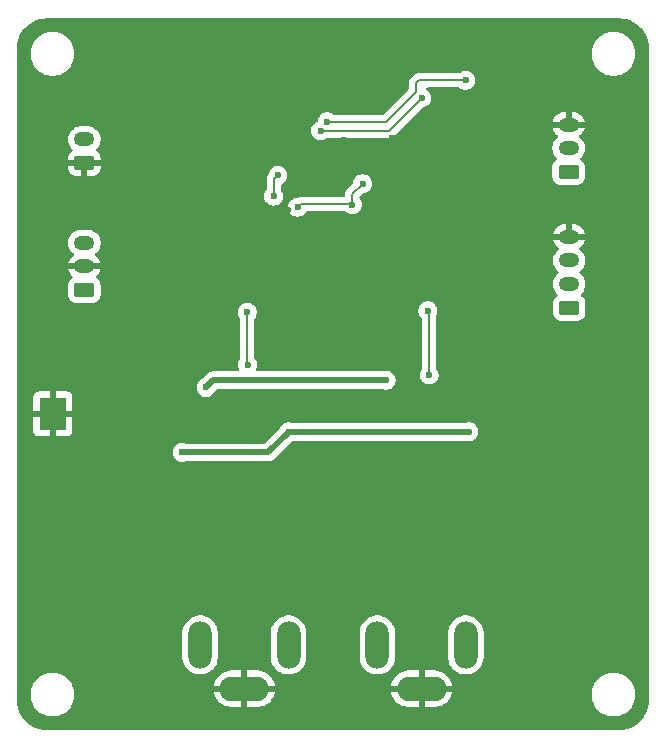
<source format=gbr>
%TF.GenerationSoftware,KiCad,Pcbnew,9.0.7*%
%TF.CreationDate,2026-01-19T21:17:24-05:00*%
%TF.ProjectId,dac,6461632e-6b69-4636-9164-5f7063625858,rev?*%
%TF.SameCoordinates,Original*%
%TF.FileFunction,Copper,L4,Bot*%
%TF.FilePolarity,Positive*%
%FSLAX46Y46*%
G04 Gerber Fmt 4.6, Leading zero omitted, Abs format (unit mm)*
G04 Created by KiCad (PCBNEW 9.0.7) date 2026-01-19 21:17:24*
%MOMM*%
%LPD*%
G01*
G04 APERTURE LIST*
G04 Aperture macros list*
%AMRoundRect*
0 Rectangle with rounded corners*
0 $1 Rounding radius*
0 $2 $3 $4 $5 $6 $7 $8 $9 X,Y pos of 4 corners*
0 Add a 4 corners polygon primitive as box body*
4,1,4,$2,$3,$4,$5,$6,$7,$8,$9,$2,$3,0*
0 Add four circle primitives for the rounded corners*
1,1,$1+$1,$2,$3*
1,1,$1+$1,$4,$5*
1,1,$1+$1,$6,$7*
1,1,$1+$1,$8,$9*
0 Add four rect primitives between the rounded corners*
20,1,$1+$1,$2,$3,$4,$5,0*
20,1,$1+$1,$4,$5,$6,$7,0*
20,1,$1+$1,$6,$7,$8,$9,0*
20,1,$1+$1,$8,$9,$2,$3,0*%
G04 Aperture macros list end*
%TA.AperFunction,ComponentPad*%
%ADD10RoundRect,0.250000X0.625000X-0.350000X0.625000X0.350000X-0.625000X0.350000X-0.625000X-0.350000X0*%
%TD*%
%TA.AperFunction,ComponentPad*%
%ADD11O,1.750000X1.200000*%
%TD*%
%TA.AperFunction,ComponentPad*%
%ADD12C,0.600000*%
%TD*%
%TA.AperFunction,SMDPad,CuDef*%
%ADD13R,2.300000X2.800000*%
%TD*%
%TA.AperFunction,ComponentPad*%
%ADD14O,4.200000X2.100000*%
%TD*%
%TA.AperFunction,ComponentPad*%
%ADD15O,2.000000X4.000000*%
%TD*%
%TA.AperFunction,ViaPad*%
%ADD16C,0.600000*%
%TD*%
%TA.AperFunction,Conductor*%
%ADD17C,0.200000*%
%TD*%
%TA.AperFunction,Conductor*%
%ADD18C,0.500000*%
%TD*%
G04 APERTURE END LIST*
D10*
%TO.P,J4,1,Pin_1*%
%TO.N,GND*%
X108700000Y-87500000D03*
D11*
%TO.P,J4,2,Pin_2*%
%TO.N,+5V*%
X108700000Y-85500000D03*
%TD*%
D10*
%TO.P,J2,1,Pin_1*%
%TO.N,/BCLK*%
X149750000Y-99750000D03*
D11*
%TO.P,J2,2,Pin_2*%
%TO.N,/WCLK*%
X149750000Y-97750000D03*
%TO.P,J2,3,Pin_3*%
%TO.N,/DATA*%
X149750000Y-95750000D03*
%TO.P,J2,4,Pin_4*%
%TO.N,GND*%
X149750000Y-93750000D03*
%TD*%
D10*
%TO.P,J1,1,Pin_1*%
%TO.N,/SCL*%
X149700000Y-88250000D03*
D11*
%TO.P,J1,2,Pin_2*%
%TO.N,/SCA*%
X149700000Y-86250000D03*
%TO.P,J1,3,Pin_3*%
%TO.N,GND*%
X149700000Y-84250000D03*
%TD*%
D12*
%TO.P,U5,11,GND*%
%TO.N,GND*%
X105525000Y-107990000D03*
X105525000Y-109490000D03*
X106025000Y-108740000D03*
D13*
X106025000Y-108740000D03*
D12*
X106525000Y-107990000D03*
X106525000Y-109490000D03*
%TD*%
D10*
%TO.P,J3,1,Pin_1*%
%TO.N,/+15V*%
X108700000Y-98250000D03*
D11*
%TO.P,J3,2,Pin_2*%
%TO.N,GND*%
X108700000Y-96250000D03*
%TO.P,J3,3,Pin_3*%
%TO.N,/-15V*%
X108700000Y-94250000D03*
%TD*%
D14*
%TO.P,J5,1_A*%
%TO.N,GND*%
X122250000Y-132000000D03*
%TO.P,J5,1_B*%
X137250000Y-132000000D03*
D15*
%TO.P,J5,2_A*%
%TO.N,Net-(C15-Pad2)*%
X118500000Y-128300000D03*
%TO.P,J5,2_B*%
%TO.N,Net-(C21-Pad2)*%
X133500000Y-128300000D03*
%TO.P,J5,3_A*%
%TO.N,Net-(C15-Pad2)*%
X126000000Y-128300000D03*
%TO.P,J5,3_B*%
%TO.N,Net-(C21-Pad2)*%
X141000000Y-128300000D03*
%TD*%
D16*
%TO.N,GND*%
X131250000Y-127750000D03*
X126750000Y-101500000D03*
X110250000Y-80250000D03*
X113000000Y-88750000D03*
X144000000Y-82000000D03*
X111250000Y-127595455D03*
X104750000Y-86409091D03*
X150250000Y-118840910D03*
X150250000Y-133331818D03*
X136750000Y-95250000D03*
X153500000Y-86409091D03*
X126700000Y-113152273D03*
X123750000Y-97000000D03*
X108000000Y-118840910D03*
X131250000Y-116090910D03*
X120250000Y-91500000D03*
X131250000Y-121927273D03*
X147000000Y-89327273D03*
X147000000Y-118840910D03*
X126700000Y-116070455D03*
X120250000Y-85250000D03*
X141250000Y-91250000D03*
X111250000Y-130500000D03*
X153500000Y-104250000D03*
X133750000Y-101500000D03*
X143750000Y-113004546D03*
X104750000Y-92245455D03*
X117000000Y-94500000D03*
X104750000Y-98081819D03*
X122250000Y-83750000D03*
X110250000Y-78000000D03*
X143750000Y-107168182D03*
X106500000Y-112500000D03*
X143750000Y-95163637D03*
X131250000Y-113172728D03*
X114500000Y-118840910D03*
X131250000Y-133500000D03*
X104750000Y-121759091D03*
X112857143Y-78000000D03*
X123500000Y-80000000D03*
X153500000Y-89327273D03*
X147000000Y-130500000D03*
X129589285Y-78000000D03*
X134250000Y-95250000D03*
X120749998Y-90625000D03*
X133750000Y-104418182D03*
X143750000Y-130500000D03*
X115500000Y-87250000D03*
X131250000Y-119009091D03*
X153500000Y-83490909D03*
X108000000Y-115922728D03*
X118750000Y-80000000D03*
X141250000Y-89250000D03*
X148750000Y-78000000D03*
X153500000Y-107168182D03*
X147000000Y-98081819D03*
X131250000Y-98250000D03*
X104750000Y-124677273D03*
X143750000Y-115922728D03*
X104750000Y-101000000D03*
X143750000Y-101000000D03*
X146589285Y-78000000D03*
X153500000Y-124677273D03*
X112250000Y-98081818D03*
X131250000Y-101500000D03*
X127250000Y-87000000D03*
X108000000Y-127595455D03*
X147000000Y-113004546D03*
X108000000Y-121759091D03*
X141250000Y-95250000D03*
X150250000Y-127595455D03*
X133750000Y-90250000D03*
X133750000Y-118988636D03*
X153500000Y-118840910D03*
X106750000Y-106000000D03*
X150250000Y-107168182D03*
X143750000Y-124677273D03*
X153500000Y-101000000D03*
X115500000Y-101000000D03*
X134704605Y-85376156D03*
X120250000Y-83750000D03*
X126700000Y-124825000D03*
X150250000Y-115922728D03*
X111250000Y-118840910D03*
X143750000Y-127595455D03*
X104750000Y-112500000D03*
X129000000Y-124845455D03*
X147000000Y-101000000D03*
X147000000Y-133331818D03*
X129000000Y-113172728D03*
X129000000Y-98250000D03*
X143750000Y-133331818D03*
X153500000Y-115922728D03*
X104750000Y-105250000D03*
X134785714Y-78000000D03*
X114500000Y-121759091D03*
X117750000Y-124750000D03*
X153500000Y-113004546D03*
X114500000Y-115922728D03*
X115000000Y-78000000D03*
X129000000Y-107336364D03*
X129000000Y-130581818D03*
X129750000Y-87000000D03*
X115500000Y-85750000D03*
X143750000Y-110086364D03*
X121250000Y-89750000D03*
X117785714Y-78000000D03*
X129000000Y-133500000D03*
X120232143Y-78000000D03*
X115500000Y-88750000D03*
X122375000Y-78000000D03*
X143750000Y-104250000D03*
X121250000Y-87000000D03*
X129000000Y-121927273D03*
X108000000Y-124677273D03*
X150250000Y-113004546D03*
X126700000Y-118988636D03*
X153500000Y-98081819D03*
X104750000Y-127595455D03*
X104750000Y-118840910D03*
X153500000Y-121759091D03*
X153500000Y-95163637D03*
X129000000Y-119009091D03*
X121250000Y-97000000D03*
X147000000Y-107168182D03*
X114500000Y-130500000D03*
X117750000Y-121831818D03*
X147000000Y-110086364D03*
X111250000Y-124677273D03*
X134785714Y-80000000D03*
X122750000Y-109500000D03*
X147000000Y-124677273D03*
X112750000Y-80250000D03*
X120250000Y-89750000D03*
X127250000Y-84000000D03*
X147000000Y-121759091D03*
X133750000Y-113152273D03*
X113000000Y-85750000D03*
X129000000Y-116090910D03*
X122250000Y-85250000D03*
X143750000Y-98081819D03*
X121250000Y-80000000D03*
X111250000Y-133331818D03*
X111250000Y-121759091D03*
X104750000Y-89327273D03*
X138000000Y-109000000D03*
X112250000Y-101000000D03*
X115500000Y-98081818D03*
X143750000Y-121759091D03*
X131250000Y-124845455D03*
X104750000Y-83490909D03*
X141250000Y-98081819D03*
X114500000Y-127595455D03*
X125900000Y-91500000D03*
X114500000Y-124677273D03*
X153500000Y-92245455D03*
X143750000Y-118840910D03*
X130723990Y-85575000D03*
X143000000Y-85500000D03*
X146589285Y-80000000D03*
X150250000Y-104250000D03*
X150250000Y-124677273D03*
X117750000Y-118913637D03*
X147000000Y-127595455D03*
X114500000Y-133331818D03*
X130250000Y-93500000D03*
X129000000Y-127750000D03*
X153500000Y-110086364D03*
X153500000Y-127595455D03*
X126700000Y-121906818D03*
X133750000Y-121906818D03*
X131250000Y-107336364D03*
X147000000Y-115922728D03*
X131250000Y-104418182D03*
X133750000Y-116070455D03*
X139000000Y-95250000D03*
X150250000Y-130500000D03*
X127250000Y-89250000D03*
X131250000Y-130581818D03*
X124839285Y-78000000D03*
X126750000Y-104418182D03*
X113000000Y-87250000D03*
X110000000Y-106500000D03*
X129000000Y-104418182D03*
X129000000Y-101500000D03*
X147000000Y-104250000D03*
X150250000Y-110086364D03*
X148750000Y-80000000D03*
X129000000Y-95331818D03*
X111250000Y-115922728D03*
X133750000Y-124825000D03*
X134785714Y-82000000D03*
X104750000Y-115922728D03*
X126750000Y-98250000D03*
X112000000Y-92500000D03*
X123250000Y-89250000D03*
X150250000Y-121759091D03*
X121250000Y-91500000D03*
X146500000Y-82000000D03*
X129750000Y-89250000D03*
X127000000Y-78000000D03*
%TO.N,DAC2B*%
X137890000Y-105444283D03*
X137783862Y-100007997D03*
%TO.N,+3.3V*%
X132250000Y-89250000D03*
X125091263Y-88545895D03*
X126750000Y-91250000D03*
X124717491Y-90302438D03*
X131392322Y-91023694D03*
%TO.N,DAC1B*%
X122499999Y-100134651D03*
X122515288Y-104565472D03*
%TO.N,+12V*%
X134250000Y-105887502D03*
X119000000Y-106500000D03*
%TO.N,-12V*%
X141250000Y-110250000D03*
X126000000Y-110250000D03*
X117000000Y-112000000D03*
%TO.N,Net-(U1-ADDR0)*%
X128699000Y-84756223D03*
X137250000Y-82000000D03*
%TO.N,Net-(U1-ADDR1)*%
X141000000Y-80500000D03*
X129250000Y-84000000D03*
%TD*%
D17*
%TO.N,GND*%
X130723990Y-85698990D02*
X130723990Y-85575000D01*
X130775000Y-85750000D02*
X130723990Y-85698990D01*
%TO.N,DAC2B*%
X137890000Y-100035398D02*
X137862599Y-100007997D01*
X137890000Y-105444283D02*
X137890000Y-100035398D01*
X137862599Y-100007997D02*
X137783862Y-100007997D01*
%TO.N,+3.3V*%
X132250000Y-89250000D02*
X131392322Y-90107678D01*
X126750000Y-91250000D02*
X127000000Y-91000000D01*
X124717491Y-90302438D02*
X124750002Y-90269927D01*
X124750002Y-88887156D02*
X125091263Y-88545895D01*
X124750002Y-90269927D02*
X124750002Y-88887156D01*
X131368628Y-91000000D02*
X131392322Y-91023694D01*
X131392322Y-90107678D02*
X131392322Y-91023694D01*
X127000000Y-91000000D02*
X131368628Y-91000000D01*
%TO.N,DAC1B*%
X122499999Y-100134651D02*
X122499999Y-104550183D01*
X122499999Y-104550183D02*
X122515288Y-104565472D01*
D18*
%TO.N,+12V*%
X119612498Y-105887502D02*
X134250000Y-105887502D01*
X119000000Y-106500000D02*
X119612498Y-105887502D01*
%TO.N,-12V*%
X126000000Y-110250000D02*
X141250000Y-110250000D01*
X117000000Y-112000000D02*
X124250000Y-112000000D01*
X126000000Y-110250000D02*
X124250000Y-112000000D01*
D17*
%TO.N,Net-(U1-ADDR0)*%
X137250000Y-82000000D02*
X134500000Y-84750000D01*
X134500000Y-84750000D02*
X128705223Y-84750000D01*
X128705223Y-84750000D02*
X128699000Y-84756223D01*
%TO.N,Net-(U1-ADDR1)*%
X136750000Y-80750000D02*
X137000000Y-80500000D01*
X136750000Y-81500000D02*
X136750000Y-80750000D01*
X129250000Y-84000000D02*
X134250000Y-84000000D01*
X134250000Y-84000000D02*
X136750000Y-81500000D01*
X137000000Y-80500000D02*
X141000000Y-80500000D01*
%TD*%
%TA.AperFunction,Conductor*%
%TO.N,GND*%
G36*
X154003736Y-75250726D02*
G01*
X154293796Y-75268271D01*
X154308659Y-75270076D01*
X154590798Y-75321780D01*
X154605335Y-75325363D01*
X154879172Y-75410695D01*
X154893163Y-75416000D01*
X155154743Y-75533727D01*
X155167989Y-75540680D01*
X155413465Y-75689075D01*
X155425776Y-75697573D01*
X155651573Y-75874473D01*
X155662781Y-75884403D01*
X155865596Y-76087218D01*
X155875526Y-76098426D01*
X155995481Y-76251538D01*
X156052422Y-76324217D01*
X156060926Y-76336537D01*
X156118128Y-76431161D01*
X156209316Y-76582004D01*
X156216275Y-76595263D01*
X156333997Y-76856831D01*
X156339306Y-76870832D01*
X156424635Y-77144663D01*
X156428219Y-77159201D01*
X156479923Y-77441340D01*
X156481728Y-77456205D01*
X156499274Y-77746263D01*
X156499500Y-77753750D01*
X156499500Y-132996249D01*
X156499274Y-133003736D01*
X156481728Y-133293794D01*
X156479923Y-133308659D01*
X156428219Y-133590798D01*
X156424635Y-133605336D01*
X156339306Y-133879167D01*
X156333997Y-133893168D01*
X156216275Y-134154736D01*
X156209316Y-134167995D01*
X156060928Y-134413459D01*
X156052422Y-134425782D01*
X155875526Y-134651573D01*
X155865596Y-134662781D01*
X155662781Y-134865596D01*
X155651573Y-134875526D01*
X155425782Y-135052422D01*
X155413459Y-135060928D01*
X155167995Y-135209316D01*
X155154736Y-135216275D01*
X154893168Y-135333997D01*
X154879167Y-135339306D01*
X154605336Y-135424635D01*
X154590798Y-135428219D01*
X154308659Y-135479923D01*
X154293794Y-135481728D01*
X154003736Y-135499274D01*
X153996249Y-135499500D01*
X105503751Y-135499500D01*
X105496264Y-135499274D01*
X105206205Y-135481728D01*
X105191340Y-135479923D01*
X104909201Y-135428219D01*
X104894663Y-135424635D01*
X104620832Y-135339306D01*
X104606831Y-135333997D01*
X104345263Y-135216275D01*
X104332004Y-135209316D01*
X104086540Y-135060928D01*
X104074217Y-135052422D01*
X103848426Y-134875526D01*
X103837218Y-134865596D01*
X103634403Y-134662781D01*
X103624473Y-134651573D01*
X103447573Y-134425776D01*
X103439075Y-134413465D01*
X103290680Y-134167989D01*
X103283727Y-134154743D01*
X103166000Y-133893163D01*
X103160693Y-133879167D01*
X103111949Y-133722743D01*
X103075363Y-133605335D01*
X103071780Y-133590798D01*
X103020075Y-133308657D01*
X103018271Y-133293794D01*
X103000726Y-133003736D01*
X103000500Y-132996249D01*
X103000500Y-132378711D01*
X104149500Y-132378711D01*
X104149500Y-132621288D01*
X104181161Y-132861785D01*
X104243947Y-133096104D01*
X104336773Y-133320205D01*
X104336776Y-133320212D01*
X104458064Y-133530289D01*
X104458066Y-133530292D01*
X104458067Y-133530293D01*
X104605733Y-133722736D01*
X104605739Y-133722743D01*
X104777256Y-133894260D01*
X104777262Y-133894265D01*
X104969711Y-134041936D01*
X105179788Y-134163224D01*
X105403900Y-134256054D01*
X105638211Y-134318838D01*
X105818586Y-134342584D01*
X105878711Y-134350500D01*
X105878712Y-134350500D01*
X106121289Y-134350500D01*
X106169388Y-134344167D01*
X106361789Y-134318838D01*
X106596100Y-134256054D01*
X106820212Y-134163224D01*
X107030289Y-134041936D01*
X107222738Y-133894265D01*
X107394265Y-133722738D01*
X107541936Y-133530289D01*
X107663224Y-133320212D01*
X107756054Y-133096100D01*
X107818838Y-132861789D01*
X107850500Y-132621288D01*
X107850500Y-132378712D01*
X107818838Y-132138211D01*
X107756054Y-131903900D01*
X107756051Y-131903892D01*
X107727315Y-131834515D01*
X107692307Y-131750000D01*
X119670275Y-131750000D01*
X121049999Y-131750000D01*
X121024979Y-131810402D01*
X121000000Y-131935981D01*
X121000000Y-132064019D01*
X121024979Y-132189598D01*
X121049999Y-132250000D01*
X119670275Y-132250000D01*
X119688165Y-132362959D01*
X119763560Y-132594998D01*
X119874321Y-132812377D01*
X120017728Y-133009759D01*
X120190240Y-133182271D01*
X120387622Y-133325678D01*
X120605001Y-133436439D01*
X120837040Y-133511834D01*
X121078007Y-133550000D01*
X122000000Y-133550000D01*
X122000000Y-132650000D01*
X122500000Y-132650000D01*
X122500000Y-133550000D01*
X123421993Y-133550000D01*
X123662959Y-133511834D01*
X123894998Y-133436439D01*
X124112377Y-133325678D01*
X124309759Y-133182271D01*
X124482271Y-133009759D01*
X124625678Y-132812377D01*
X124736439Y-132594998D01*
X124811834Y-132362959D01*
X124829725Y-132250000D01*
X123450001Y-132250000D01*
X123475021Y-132189598D01*
X123500000Y-132064019D01*
X123500000Y-131935981D01*
X123475021Y-131810402D01*
X123450001Y-131750000D01*
X124829725Y-131750000D01*
X134670275Y-131750000D01*
X136049999Y-131750000D01*
X136024979Y-131810402D01*
X136000000Y-131935981D01*
X136000000Y-132064019D01*
X136024979Y-132189598D01*
X136049999Y-132250000D01*
X134670275Y-132250000D01*
X134688165Y-132362959D01*
X134763560Y-132594998D01*
X134874321Y-132812377D01*
X135017728Y-133009759D01*
X135190240Y-133182271D01*
X135387622Y-133325678D01*
X135605001Y-133436439D01*
X135837040Y-133511834D01*
X136078007Y-133550000D01*
X137000000Y-133550000D01*
X137000000Y-132650000D01*
X137500000Y-132650000D01*
X137500000Y-133550000D01*
X138421993Y-133550000D01*
X138662959Y-133511834D01*
X138894998Y-133436439D01*
X139112377Y-133325678D01*
X139309759Y-133182271D01*
X139482271Y-133009759D01*
X139625678Y-132812377D01*
X139736439Y-132594998D01*
X139806715Y-132378711D01*
X151649500Y-132378711D01*
X151649500Y-132621288D01*
X151681161Y-132861785D01*
X151743947Y-133096104D01*
X151836773Y-133320205D01*
X151836776Y-133320212D01*
X151958064Y-133530289D01*
X151958066Y-133530292D01*
X151958067Y-133530293D01*
X152105733Y-133722736D01*
X152105739Y-133722743D01*
X152277256Y-133894260D01*
X152277262Y-133894265D01*
X152469711Y-134041936D01*
X152679788Y-134163224D01*
X152903900Y-134256054D01*
X153138211Y-134318838D01*
X153318586Y-134342584D01*
X153378711Y-134350500D01*
X153378712Y-134350500D01*
X153621289Y-134350500D01*
X153669388Y-134344167D01*
X153861789Y-134318838D01*
X154096100Y-134256054D01*
X154320212Y-134163224D01*
X154530289Y-134041936D01*
X154722738Y-133894265D01*
X154894265Y-133722738D01*
X155041936Y-133530289D01*
X155163224Y-133320212D01*
X155256054Y-133096100D01*
X155318838Y-132861789D01*
X155350500Y-132621288D01*
X155350500Y-132378712D01*
X155318838Y-132138211D01*
X155256054Y-131903900D01*
X155163224Y-131679788D01*
X155041936Y-131469711D01*
X154894265Y-131277262D01*
X154894260Y-131277256D01*
X154722743Y-131105739D01*
X154722736Y-131105733D01*
X154530293Y-130958067D01*
X154530292Y-130958066D01*
X154530289Y-130958064D01*
X154320212Y-130836776D01*
X154274226Y-130817728D01*
X154096104Y-130743947D01*
X153861785Y-130681161D01*
X153621289Y-130649500D01*
X153621288Y-130649500D01*
X153378712Y-130649500D01*
X153378711Y-130649500D01*
X153138214Y-130681161D01*
X152903895Y-130743947D01*
X152679794Y-130836773D01*
X152679785Y-130836777D01*
X152469706Y-130958067D01*
X152277263Y-131105733D01*
X152277256Y-131105739D01*
X152105739Y-131277256D01*
X152105733Y-131277263D01*
X151958067Y-131469706D01*
X151836777Y-131679785D01*
X151836773Y-131679794D01*
X151743947Y-131903895D01*
X151681161Y-132138214D01*
X151649500Y-132378711D01*
X139806715Y-132378711D01*
X139811832Y-132362963D01*
X139813053Y-132355258D01*
X139813054Y-132355255D01*
X139829725Y-132250000D01*
X138450001Y-132250000D01*
X138475021Y-132189598D01*
X138500000Y-132064019D01*
X138500000Y-131935981D01*
X138475021Y-131810402D01*
X138450001Y-131750000D01*
X139829725Y-131750000D01*
X139811834Y-131637040D01*
X139736439Y-131405001D01*
X139625678Y-131187622D01*
X139482271Y-130990240D01*
X139309759Y-130817728D01*
X139112377Y-130674321D01*
X138894998Y-130563560D01*
X138662959Y-130488165D01*
X138421993Y-130450000D01*
X137500000Y-130450000D01*
X137500000Y-131350000D01*
X137000000Y-131350000D01*
X137000000Y-130450000D01*
X136078007Y-130450000D01*
X135837040Y-130488165D01*
X135605001Y-130563560D01*
X135387622Y-130674321D01*
X135190240Y-130817728D01*
X135017728Y-130990240D01*
X134874321Y-131187622D01*
X134763560Y-131405001D01*
X134688165Y-131637040D01*
X134670275Y-131750000D01*
X124829725Y-131750000D01*
X124811834Y-131637040D01*
X124736439Y-131405001D01*
X124625678Y-131187622D01*
X124482271Y-130990240D01*
X124309759Y-130817728D01*
X124112377Y-130674321D01*
X123894998Y-130563560D01*
X123662959Y-130488165D01*
X123421993Y-130450000D01*
X122500000Y-130450000D01*
X122500000Y-131350000D01*
X122000000Y-131350000D01*
X122000000Y-130450000D01*
X121078007Y-130450000D01*
X120837040Y-130488165D01*
X120605001Y-130563560D01*
X120387622Y-130674321D01*
X120190240Y-130817728D01*
X120017728Y-130990240D01*
X119874321Y-131187622D01*
X119763560Y-131405001D01*
X119688165Y-131637040D01*
X119670275Y-131750000D01*
X107692307Y-131750000D01*
X107663227Y-131679794D01*
X107663222Y-131679785D01*
X107638543Y-131637040D01*
X107541936Y-131469711D01*
X107394265Y-131277262D01*
X107394260Y-131277256D01*
X107222743Y-131105739D01*
X107222736Y-131105733D01*
X107030293Y-130958067D01*
X107030292Y-130958066D01*
X107030289Y-130958064D01*
X106820212Y-130836776D01*
X106774226Y-130817728D01*
X106596104Y-130743947D01*
X106361785Y-130681161D01*
X106121289Y-130649500D01*
X106121288Y-130649500D01*
X105878712Y-130649500D01*
X105878711Y-130649500D01*
X105638214Y-130681161D01*
X105403895Y-130743947D01*
X105179794Y-130836773D01*
X105179785Y-130836777D01*
X104969706Y-130958067D01*
X104777263Y-131105733D01*
X104777256Y-131105739D01*
X104605739Y-131277256D01*
X104605733Y-131277263D01*
X104458067Y-131469706D01*
X104336777Y-131679785D01*
X104336773Y-131679794D01*
X104243947Y-131903895D01*
X104181161Y-132138214D01*
X104149500Y-132378711D01*
X103000500Y-132378711D01*
X103000500Y-127181902D01*
X116999500Y-127181902D01*
X116999500Y-129418097D01*
X117036446Y-129651368D01*
X117109433Y-129875996D01*
X117216657Y-130086433D01*
X117355483Y-130277510D01*
X117522490Y-130444517D01*
X117713567Y-130583343D01*
X117812991Y-130634002D01*
X117924003Y-130690566D01*
X117924005Y-130690566D01*
X117924008Y-130690568D01*
X118044412Y-130729689D01*
X118148631Y-130763553D01*
X118381903Y-130800500D01*
X118381908Y-130800500D01*
X118618097Y-130800500D01*
X118851368Y-130763553D01*
X119075992Y-130690568D01*
X119286433Y-130583343D01*
X119477510Y-130444517D01*
X119644517Y-130277510D01*
X119783343Y-130086433D01*
X119890568Y-129875992D01*
X119963553Y-129651368D01*
X120000500Y-129418097D01*
X120000500Y-127181902D01*
X124499500Y-127181902D01*
X124499500Y-129418097D01*
X124536446Y-129651368D01*
X124609433Y-129875996D01*
X124716657Y-130086433D01*
X124855483Y-130277510D01*
X125022490Y-130444517D01*
X125213567Y-130583343D01*
X125312991Y-130634002D01*
X125424003Y-130690566D01*
X125424005Y-130690566D01*
X125424008Y-130690568D01*
X125544412Y-130729689D01*
X125648631Y-130763553D01*
X125881903Y-130800500D01*
X125881908Y-130800500D01*
X126118097Y-130800500D01*
X126351368Y-130763553D01*
X126575992Y-130690568D01*
X126786433Y-130583343D01*
X126977510Y-130444517D01*
X127144517Y-130277510D01*
X127283343Y-130086433D01*
X127390568Y-129875992D01*
X127463553Y-129651368D01*
X127500500Y-129418097D01*
X127500500Y-127181902D01*
X131999500Y-127181902D01*
X131999500Y-129418097D01*
X132036446Y-129651368D01*
X132109433Y-129875996D01*
X132216657Y-130086433D01*
X132355483Y-130277510D01*
X132522490Y-130444517D01*
X132713567Y-130583343D01*
X132812991Y-130634002D01*
X132924003Y-130690566D01*
X132924005Y-130690566D01*
X132924008Y-130690568D01*
X133044412Y-130729689D01*
X133148631Y-130763553D01*
X133381903Y-130800500D01*
X133381908Y-130800500D01*
X133618097Y-130800500D01*
X133851368Y-130763553D01*
X134075992Y-130690568D01*
X134286433Y-130583343D01*
X134477510Y-130444517D01*
X134644517Y-130277510D01*
X134783343Y-130086433D01*
X134890568Y-129875992D01*
X134963553Y-129651368D01*
X135000500Y-129418097D01*
X135000500Y-127181902D01*
X139499500Y-127181902D01*
X139499500Y-129418097D01*
X139536446Y-129651368D01*
X139609433Y-129875996D01*
X139716657Y-130086433D01*
X139855483Y-130277510D01*
X140022490Y-130444517D01*
X140213567Y-130583343D01*
X140312991Y-130634002D01*
X140424003Y-130690566D01*
X140424005Y-130690566D01*
X140424008Y-130690568D01*
X140544412Y-130729689D01*
X140648631Y-130763553D01*
X140881903Y-130800500D01*
X140881908Y-130800500D01*
X141118097Y-130800500D01*
X141351368Y-130763553D01*
X141575992Y-130690568D01*
X141786433Y-130583343D01*
X141977510Y-130444517D01*
X142144517Y-130277510D01*
X142283343Y-130086433D01*
X142390568Y-129875992D01*
X142463553Y-129651368D01*
X142500500Y-129418097D01*
X142500500Y-127181902D01*
X142463553Y-126948631D01*
X142390566Y-126724003D01*
X142283342Y-126513566D01*
X142144517Y-126322490D01*
X141977510Y-126155483D01*
X141786433Y-126016657D01*
X141575996Y-125909433D01*
X141351368Y-125836446D01*
X141118097Y-125799500D01*
X141118092Y-125799500D01*
X140881908Y-125799500D01*
X140881903Y-125799500D01*
X140648631Y-125836446D01*
X140424003Y-125909433D01*
X140213566Y-126016657D01*
X140104550Y-126095862D01*
X140022490Y-126155483D01*
X140022488Y-126155485D01*
X140022487Y-126155485D01*
X139855485Y-126322487D01*
X139855485Y-126322488D01*
X139855483Y-126322490D01*
X139795862Y-126404550D01*
X139716657Y-126513566D01*
X139609433Y-126724003D01*
X139536446Y-126948631D01*
X139499500Y-127181902D01*
X135000500Y-127181902D01*
X134963553Y-126948631D01*
X134890566Y-126724003D01*
X134783342Y-126513566D01*
X134644517Y-126322490D01*
X134477510Y-126155483D01*
X134286433Y-126016657D01*
X134075996Y-125909433D01*
X133851368Y-125836446D01*
X133618097Y-125799500D01*
X133618092Y-125799500D01*
X133381908Y-125799500D01*
X133381903Y-125799500D01*
X133148631Y-125836446D01*
X132924003Y-125909433D01*
X132713566Y-126016657D01*
X132604550Y-126095862D01*
X132522490Y-126155483D01*
X132522488Y-126155485D01*
X132522487Y-126155485D01*
X132355485Y-126322487D01*
X132355485Y-126322488D01*
X132355483Y-126322490D01*
X132295862Y-126404550D01*
X132216657Y-126513566D01*
X132109433Y-126724003D01*
X132036446Y-126948631D01*
X131999500Y-127181902D01*
X127500500Y-127181902D01*
X127463553Y-126948631D01*
X127390566Y-126724003D01*
X127283342Y-126513566D01*
X127144517Y-126322490D01*
X126977510Y-126155483D01*
X126786433Y-126016657D01*
X126575996Y-125909433D01*
X126351368Y-125836446D01*
X126118097Y-125799500D01*
X126118092Y-125799500D01*
X125881908Y-125799500D01*
X125881903Y-125799500D01*
X125648631Y-125836446D01*
X125424003Y-125909433D01*
X125213566Y-126016657D01*
X125104550Y-126095862D01*
X125022490Y-126155483D01*
X125022488Y-126155485D01*
X125022487Y-126155485D01*
X124855485Y-126322487D01*
X124855485Y-126322488D01*
X124855483Y-126322490D01*
X124795862Y-126404550D01*
X124716657Y-126513566D01*
X124609433Y-126724003D01*
X124536446Y-126948631D01*
X124499500Y-127181902D01*
X120000500Y-127181902D01*
X119963553Y-126948631D01*
X119890566Y-126724003D01*
X119783342Y-126513566D01*
X119644517Y-126322490D01*
X119477510Y-126155483D01*
X119286433Y-126016657D01*
X119075996Y-125909433D01*
X118851368Y-125836446D01*
X118618097Y-125799500D01*
X118618092Y-125799500D01*
X118381908Y-125799500D01*
X118381903Y-125799500D01*
X118148631Y-125836446D01*
X117924003Y-125909433D01*
X117713566Y-126016657D01*
X117604550Y-126095862D01*
X117522490Y-126155483D01*
X117522488Y-126155485D01*
X117522487Y-126155485D01*
X117355485Y-126322487D01*
X117355485Y-126322488D01*
X117355483Y-126322490D01*
X117295862Y-126404550D01*
X117216657Y-126513566D01*
X117109433Y-126724003D01*
X117036446Y-126948631D01*
X116999500Y-127181902D01*
X103000500Y-127181902D01*
X103000500Y-111921153D01*
X116199500Y-111921153D01*
X116199500Y-112078846D01*
X116230261Y-112233489D01*
X116230264Y-112233501D01*
X116290602Y-112379172D01*
X116290609Y-112379185D01*
X116378210Y-112510288D01*
X116378213Y-112510292D01*
X116489707Y-112621786D01*
X116489711Y-112621789D01*
X116620814Y-112709390D01*
X116620827Y-112709397D01*
X116720060Y-112750500D01*
X116766503Y-112769737D01*
X116921153Y-112800499D01*
X116921156Y-112800500D01*
X116921158Y-112800500D01*
X117078844Y-112800500D01*
X117078845Y-112800499D01*
X117155152Y-112785320D01*
X117233488Y-112769739D01*
X117233489Y-112769738D01*
X117233497Y-112769737D01*
X117257155Y-112759937D01*
X117304604Y-112750500D01*
X124323920Y-112750500D01*
X124421462Y-112731096D01*
X124468913Y-112721658D01*
X124605495Y-112665084D01*
X124670291Y-112621789D01*
X124670294Y-112621786D01*
X124670296Y-112621786D01*
X124699547Y-112602240D01*
X124728416Y-112582952D01*
X126274549Y-111036819D01*
X126335872Y-111003334D01*
X126362230Y-111000500D01*
X140945396Y-111000500D01*
X140992844Y-111009937D01*
X141016503Y-111019737D01*
X141016508Y-111019738D01*
X141016511Y-111019739D01*
X141171153Y-111050499D01*
X141171156Y-111050500D01*
X141171158Y-111050500D01*
X141328844Y-111050500D01*
X141328845Y-111050499D01*
X141483497Y-111019737D01*
X141629179Y-110959394D01*
X141760289Y-110871789D01*
X141871789Y-110760289D01*
X141959394Y-110629179D01*
X142019737Y-110483497D01*
X142050500Y-110328842D01*
X142050500Y-110171158D01*
X142050500Y-110171155D01*
X142050499Y-110171153D01*
X142019738Y-110016510D01*
X142019737Y-110016503D01*
X141985855Y-109934703D01*
X141959397Y-109870827D01*
X141959390Y-109870814D01*
X141871789Y-109739711D01*
X141871786Y-109739707D01*
X141760292Y-109628213D01*
X141760288Y-109628210D01*
X141629185Y-109540609D01*
X141629172Y-109540602D01*
X141483501Y-109480264D01*
X141483489Y-109480261D01*
X141328845Y-109449500D01*
X141328842Y-109449500D01*
X141171158Y-109449500D01*
X141171155Y-109449500D01*
X141016511Y-109480260D01*
X141016506Y-109480262D01*
X141016504Y-109480262D01*
X141016503Y-109480263D01*
X140992844Y-109490062D01*
X140945396Y-109499500D01*
X126304604Y-109499500D01*
X126257155Y-109490062D01*
X126233497Y-109480263D01*
X126233493Y-109480262D01*
X126233488Y-109480260D01*
X126078845Y-109449500D01*
X126078842Y-109449500D01*
X125921158Y-109449500D01*
X125921155Y-109449500D01*
X125766510Y-109480261D01*
X125766498Y-109480264D01*
X125620827Y-109540602D01*
X125620814Y-109540609D01*
X125489711Y-109628210D01*
X125489707Y-109628213D01*
X125378213Y-109739707D01*
X125378207Y-109739715D01*
X125290607Y-109870818D01*
X125290606Y-109870819D01*
X125280805Y-109894480D01*
X125253927Y-109934703D01*
X123975451Y-111213181D01*
X123914128Y-111246666D01*
X123887770Y-111249500D01*
X117304604Y-111249500D01*
X117257155Y-111240062D01*
X117233497Y-111230263D01*
X117233493Y-111230262D01*
X117233488Y-111230260D01*
X117078845Y-111199500D01*
X117078842Y-111199500D01*
X116921158Y-111199500D01*
X116921155Y-111199500D01*
X116766510Y-111230261D01*
X116766498Y-111230264D01*
X116620827Y-111290602D01*
X116620814Y-111290609D01*
X116489711Y-111378210D01*
X116489707Y-111378213D01*
X116378213Y-111489707D01*
X116378210Y-111489711D01*
X116290609Y-111620814D01*
X116290602Y-111620827D01*
X116230264Y-111766498D01*
X116230261Y-111766510D01*
X116199500Y-111921153D01*
X103000500Y-111921153D01*
X103000500Y-110187844D01*
X104375000Y-110187844D01*
X104381401Y-110247372D01*
X104381403Y-110247379D01*
X104431645Y-110382086D01*
X104431649Y-110382093D01*
X104517809Y-110497187D01*
X104517812Y-110497190D01*
X104632906Y-110583350D01*
X104632913Y-110583354D01*
X104767620Y-110633596D01*
X104767627Y-110633598D01*
X104827155Y-110639999D01*
X104827172Y-110640000D01*
X105775000Y-110640000D01*
X105775000Y-110093553D01*
X105774999Y-110093552D01*
X106275000Y-110093552D01*
X106275000Y-110640000D01*
X107222828Y-110640000D01*
X107222844Y-110639999D01*
X107282372Y-110633598D01*
X107282379Y-110633596D01*
X107417086Y-110583354D01*
X107417093Y-110583350D01*
X107532187Y-110497190D01*
X107532190Y-110497187D01*
X107618350Y-110382093D01*
X107618354Y-110382086D01*
X107668596Y-110247379D01*
X107668598Y-110247372D01*
X107674999Y-110187844D01*
X107675000Y-110187827D01*
X107675000Y-108990000D01*
X106378553Y-108990000D01*
X106614095Y-109225542D01*
X106647580Y-109286865D01*
X106642596Y-109356557D01*
X106627374Y-109380242D01*
X106609968Y-109362836D01*
X106554837Y-109340000D01*
X106495163Y-109340000D01*
X106440032Y-109362836D01*
X106397836Y-109405032D01*
X106375000Y-109460163D01*
X106375000Y-109519837D01*
X106397836Y-109574968D01*
X106440032Y-109617164D01*
X106495163Y-109640000D01*
X106554837Y-109640000D01*
X106609968Y-109617164D01*
X106626082Y-109601049D01*
X106647580Y-109640418D01*
X106642596Y-109710110D01*
X106614095Y-109754457D01*
X106275000Y-110093552D01*
X105774999Y-110093552D01*
X105435904Y-109754457D01*
X105402419Y-109693134D01*
X105407403Y-109623442D01*
X105422624Y-109599756D01*
X105440032Y-109617164D01*
X105495163Y-109640000D01*
X105554837Y-109640000D01*
X105609968Y-109617164D01*
X105652164Y-109574968D01*
X105675000Y-109519837D01*
X105675000Y-109460163D01*
X105652164Y-109405032D01*
X105609968Y-109362836D01*
X105554837Y-109340000D01*
X105495163Y-109340000D01*
X105440032Y-109362836D01*
X105423916Y-109378951D01*
X105402419Y-109339581D01*
X105407403Y-109269889D01*
X105435904Y-109225542D01*
X105671446Y-108990000D01*
X104375000Y-108990000D01*
X104375000Y-110187844D01*
X103000500Y-110187844D01*
X103000500Y-108710163D01*
X105875000Y-108710163D01*
X105875000Y-108769837D01*
X105897836Y-108824968D01*
X105940032Y-108867164D01*
X105995163Y-108890000D01*
X106054837Y-108890000D01*
X106109968Y-108867164D01*
X106152164Y-108824968D01*
X106175000Y-108769837D01*
X106175000Y-108710163D01*
X106152164Y-108655032D01*
X106109968Y-108612836D01*
X106054837Y-108590000D01*
X105995163Y-108590000D01*
X105940032Y-108612836D01*
X105897836Y-108655032D01*
X105875000Y-108710163D01*
X103000500Y-108710163D01*
X103000500Y-107292155D01*
X104375000Y-107292155D01*
X104375000Y-108490000D01*
X105671446Y-108490000D01*
X105671446Y-108489999D01*
X105435904Y-108254457D01*
X105402419Y-108193134D01*
X105407403Y-108123442D01*
X105422624Y-108099756D01*
X105440032Y-108117164D01*
X105495163Y-108140000D01*
X105554837Y-108140000D01*
X105609968Y-108117164D01*
X105652164Y-108074968D01*
X105675000Y-108019837D01*
X105675000Y-107960163D01*
X105652164Y-107905032D01*
X105609968Y-107862836D01*
X105554837Y-107840000D01*
X105495163Y-107840000D01*
X105440032Y-107862836D01*
X105423916Y-107878951D01*
X105402419Y-107839581D01*
X105407403Y-107769889D01*
X105435904Y-107725542D01*
X105774999Y-107386446D01*
X106275000Y-107386446D01*
X106614096Y-107725542D01*
X106647581Y-107786865D01*
X106642597Y-107856557D01*
X106627374Y-107880242D01*
X106609968Y-107862836D01*
X106554837Y-107840000D01*
X106495163Y-107840000D01*
X106440032Y-107862836D01*
X106397836Y-107905032D01*
X106375000Y-107960163D01*
X106375000Y-108019837D01*
X106397836Y-108074968D01*
X106440032Y-108117164D01*
X106495163Y-108140000D01*
X106554837Y-108140000D01*
X106609968Y-108117164D01*
X106626082Y-108101049D01*
X106647580Y-108140418D01*
X106642596Y-108210110D01*
X106614095Y-108254457D01*
X106378553Y-108489999D01*
X106378554Y-108490000D01*
X107675000Y-108490000D01*
X107675000Y-107292172D01*
X107674999Y-107292155D01*
X107668598Y-107232627D01*
X107668596Y-107232620D01*
X107618354Y-107097913D01*
X107618350Y-107097906D01*
X107532190Y-106982812D01*
X107532187Y-106982809D01*
X107417093Y-106896649D01*
X107417086Y-106896645D01*
X107282379Y-106846403D01*
X107282372Y-106846401D01*
X107222844Y-106840000D01*
X106275000Y-106840000D01*
X106275000Y-107386446D01*
X105774999Y-107386446D01*
X105775000Y-107386445D01*
X105775000Y-106840000D01*
X104827155Y-106840000D01*
X104767627Y-106846401D01*
X104767620Y-106846403D01*
X104632913Y-106896645D01*
X104632906Y-106896649D01*
X104517812Y-106982809D01*
X104517809Y-106982812D01*
X104431649Y-107097906D01*
X104431645Y-107097913D01*
X104381403Y-107232620D01*
X104381401Y-107232627D01*
X104375000Y-107292155D01*
X103000500Y-107292155D01*
X103000500Y-106421153D01*
X118199500Y-106421153D01*
X118199500Y-106578846D01*
X118230261Y-106733489D01*
X118230264Y-106733501D01*
X118290602Y-106879172D01*
X118290609Y-106879185D01*
X118378210Y-107010288D01*
X118378213Y-107010292D01*
X118489707Y-107121786D01*
X118489711Y-107121789D01*
X118620814Y-107209390D01*
X118620827Y-107209397D01*
X118766498Y-107269735D01*
X118766503Y-107269737D01*
X118879291Y-107292172D01*
X118921153Y-107300499D01*
X118921156Y-107300500D01*
X118921158Y-107300500D01*
X119078844Y-107300500D01*
X119078845Y-107300499D01*
X119233497Y-107269737D01*
X119379179Y-107209394D01*
X119510289Y-107121789D01*
X119621789Y-107010289D01*
X119709394Y-106879179D01*
X119719191Y-106855524D01*
X119723823Y-106848592D01*
X119724921Y-106843547D01*
X119746065Y-106815301D01*
X119887048Y-106674319D01*
X119948371Y-106640836D01*
X119974728Y-106638002D01*
X133945396Y-106638002D01*
X133992844Y-106647439D01*
X134016503Y-106657239D01*
X134016508Y-106657240D01*
X134016511Y-106657241D01*
X134171153Y-106688001D01*
X134171156Y-106688002D01*
X134171158Y-106688002D01*
X134328844Y-106688002D01*
X134328845Y-106688001D01*
X134483497Y-106657239D01*
X134629179Y-106596896D01*
X134760289Y-106509291D01*
X134871789Y-106397791D01*
X134959394Y-106266681D01*
X135019737Y-106120999D01*
X135050500Y-105966344D01*
X135050500Y-105808660D01*
X135050500Y-105808657D01*
X135050499Y-105808655D01*
X135024466Y-105677780D01*
X135019737Y-105654005D01*
X134965526Y-105523127D01*
X134959397Y-105508329D01*
X134959390Y-105508316D01*
X134871789Y-105377213D01*
X134871786Y-105377209D01*
X134760292Y-105265715D01*
X134760288Y-105265712D01*
X134629185Y-105178111D01*
X134629172Y-105178104D01*
X134483501Y-105117766D01*
X134483489Y-105117763D01*
X134328845Y-105087002D01*
X134328842Y-105087002D01*
X134171158Y-105087002D01*
X134171155Y-105087002D01*
X134016511Y-105117762D01*
X134016506Y-105117764D01*
X134016504Y-105117764D01*
X134016503Y-105117765D01*
X133992844Y-105127564D01*
X133945396Y-105137002D01*
X123328145Y-105137002D01*
X123261106Y-105117317D01*
X123215351Y-105064513D01*
X123205407Y-104995355D01*
X123222613Y-104950456D01*
X123221809Y-104950026D01*
X123224678Y-104944656D01*
X123224682Y-104944651D01*
X123285025Y-104798969D01*
X123315788Y-104644314D01*
X123315788Y-104486630D01*
X123315788Y-104486627D01*
X123315787Y-104486625D01*
X123285026Y-104331982D01*
X123285025Y-104331975D01*
X123285023Y-104331970D01*
X123224685Y-104186299D01*
X123224678Y-104186286D01*
X123137077Y-104055183D01*
X123137074Y-104055179D01*
X123136818Y-104054923D01*
X123136726Y-104054755D01*
X123133212Y-104050473D01*
X123134024Y-104049806D01*
X123103333Y-103993600D01*
X123100499Y-103967242D01*
X123100499Y-100714416D01*
X123120184Y-100647377D01*
X123121397Y-100645525D01*
X123131914Y-100629786D01*
X123209393Y-100513830D01*
X123269736Y-100368148D01*
X123300499Y-100213493D01*
X123300499Y-100055809D01*
X123300499Y-100055806D01*
X123278906Y-99947255D01*
X123275305Y-99929150D01*
X136983362Y-99929150D01*
X136983362Y-100086843D01*
X137014123Y-100241486D01*
X137014126Y-100241498D01*
X137074464Y-100387169D01*
X137074471Y-100387182D01*
X137162072Y-100518285D01*
X137162075Y-100518289D01*
X137253181Y-100609395D01*
X137286666Y-100670718D01*
X137289500Y-100697076D01*
X137289500Y-104864517D01*
X137269815Y-104931556D01*
X137268602Y-104933408D01*
X137180609Y-105065097D01*
X137180602Y-105065110D01*
X137120264Y-105210781D01*
X137120261Y-105210793D01*
X137089500Y-105365436D01*
X137089500Y-105523129D01*
X137120261Y-105677772D01*
X137120264Y-105677784D01*
X137180602Y-105823455D01*
X137180609Y-105823468D01*
X137268210Y-105954571D01*
X137268213Y-105954575D01*
X137379707Y-106066069D01*
X137379711Y-106066072D01*
X137510814Y-106153673D01*
X137510827Y-106153680D01*
X137656498Y-106214018D01*
X137656503Y-106214020D01*
X137811153Y-106244782D01*
X137811156Y-106244783D01*
X137811158Y-106244783D01*
X137968844Y-106244783D01*
X137968845Y-106244782D01*
X138123497Y-106214020D01*
X138269179Y-106153677D01*
X138400289Y-106066072D01*
X138511789Y-105954572D01*
X138599394Y-105823462D01*
X138659737Y-105677780D01*
X138690500Y-105523125D01*
X138690500Y-105365441D01*
X138690500Y-105365438D01*
X138690499Y-105365436D01*
X138670663Y-105265715D01*
X138659737Y-105210786D01*
X138646203Y-105178111D01*
X138599397Y-105065110D01*
X138599390Y-105065097D01*
X138511398Y-104933408D01*
X138490520Y-104866730D01*
X138490500Y-104864517D01*
X138490500Y-100418494D01*
X138499939Y-100371041D01*
X138501136Y-100368152D01*
X138553599Y-100241494D01*
X138584362Y-100086839D01*
X138584362Y-99929155D01*
X138584362Y-99929152D01*
X138584361Y-99929150D01*
X138553600Y-99774507D01*
X138553599Y-99774500D01*
X138545720Y-99755478D01*
X138493259Y-99628824D01*
X138493252Y-99628811D01*
X138405651Y-99497708D01*
X138405648Y-99497704D01*
X138294154Y-99386210D01*
X138294150Y-99386207D01*
X138163047Y-99298606D01*
X138163034Y-99298599D01*
X138017363Y-99238261D01*
X138017351Y-99238258D01*
X137862707Y-99207497D01*
X137862704Y-99207497D01*
X137705020Y-99207497D01*
X137705017Y-99207497D01*
X137550372Y-99238258D01*
X137550360Y-99238261D01*
X137404689Y-99298599D01*
X137404676Y-99298606D01*
X137273573Y-99386207D01*
X137273569Y-99386210D01*
X137162075Y-99497704D01*
X137162072Y-99497708D01*
X137074471Y-99628811D01*
X137074464Y-99628824D01*
X137014126Y-99774495D01*
X137014123Y-99774507D01*
X136983362Y-99929150D01*
X123275305Y-99929150D01*
X123269736Y-99901154D01*
X123269734Y-99901149D01*
X123209396Y-99755478D01*
X123209389Y-99755465D01*
X123121788Y-99624362D01*
X123121785Y-99624358D01*
X123010291Y-99512864D01*
X123010287Y-99512861D01*
X122879184Y-99425260D01*
X122879171Y-99425253D01*
X122733500Y-99364915D01*
X122733488Y-99364912D01*
X122578844Y-99334151D01*
X122578841Y-99334151D01*
X122421157Y-99334151D01*
X122421154Y-99334151D01*
X122266509Y-99364912D01*
X122266497Y-99364915D01*
X122120826Y-99425253D01*
X122120813Y-99425260D01*
X121989710Y-99512861D01*
X121989706Y-99512864D01*
X121878212Y-99624358D01*
X121878209Y-99624362D01*
X121790608Y-99755465D01*
X121790601Y-99755478D01*
X121730263Y-99901149D01*
X121730260Y-99901161D01*
X121699499Y-100055804D01*
X121699499Y-100213497D01*
X121730260Y-100368140D01*
X121730263Y-100368152D01*
X121790601Y-100513823D01*
X121790608Y-100513836D01*
X121878601Y-100645525D01*
X121899479Y-100712202D01*
X121899499Y-100714416D01*
X121899499Y-104008587D01*
X121879814Y-104075626D01*
X121878601Y-104077478D01*
X121805897Y-104186286D01*
X121805890Y-104186299D01*
X121745552Y-104331970D01*
X121745549Y-104331982D01*
X121714788Y-104486625D01*
X121714788Y-104644318D01*
X121745549Y-104798961D01*
X121745552Y-104798973D01*
X121805890Y-104944644D01*
X121808767Y-104950026D01*
X121807581Y-104950659D01*
X121826411Y-105010779D01*
X121807931Y-105078161D01*
X121755956Y-105124855D01*
X121702431Y-105137002D01*
X119538578Y-105137002D01*
X119393590Y-105165842D01*
X119393580Y-105165845D01*
X119257006Y-105222416D01*
X119208930Y-105254539D01*
X119134082Y-105304549D01*
X119134079Y-105304552D01*
X118684703Y-105753927D01*
X118644480Y-105780805D01*
X118620819Y-105790606D01*
X118620818Y-105790607D01*
X118489715Y-105878207D01*
X118489707Y-105878213D01*
X118378213Y-105989707D01*
X118378210Y-105989711D01*
X118290609Y-106120814D01*
X118290602Y-106120827D01*
X118230264Y-106266498D01*
X118230261Y-106266510D01*
X118199500Y-106421153D01*
X103000500Y-106421153D01*
X103000500Y-94163389D01*
X107324500Y-94163389D01*
X107324500Y-94336610D01*
X107345088Y-94466602D01*
X107351598Y-94507701D01*
X107405127Y-94672445D01*
X107483768Y-94826788D01*
X107585586Y-94966928D01*
X107708072Y-95089414D01*
X107791449Y-95149991D01*
X107834114Y-95205322D01*
X107840093Y-95274935D01*
X107807487Y-95336730D01*
X107791448Y-95350627D01*
X107708404Y-95410961D01*
X107708399Y-95410965D01*
X107585967Y-95533397D01*
X107484195Y-95673475D01*
X107405591Y-95827744D01*
X107352085Y-95992415D01*
X107350884Y-95999999D01*
X107350885Y-96000000D01*
X108419670Y-96000000D01*
X108399925Y-96019745D01*
X108350556Y-96105255D01*
X108325000Y-96200630D01*
X108325000Y-96299370D01*
X108350556Y-96394745D01*
X108399925Y-96480255D01*
X108419670Y-96500000D01*
X107350885Y-96500000D01*
X107352085Y-96507584D01*
X107405591Y-96672255D01*
X107484195Y-96826524D01*
X107585967Y-96966602D01*
X107693565Y-97074200D01*
X107727050Y-97135523D01*
X107722066Y-97205215D01*
X107680194Y-97261148D01*
X107670981Y-97267420D01*
X107606342Y-97307289D01*
X107482289Y-97431342D01*
X107390187Y-97580663D01*
X107390186Y-97580666D01*
X107335001Y-97747203D01*
X107335001Y-97747204D01*
X107335000Y-97747204D01*
X107324500Y-97849983D01*
X107324500Y-98650001D01*
X107324501Y-98650019D01*
X107335000Y-98752796D01*
X107335001Y-98752799D01*
X107390185Y-98919331D01*
X107390187Y-98919336D01*
X107397594Y-98931344D01*
X107482288Y-99068656D01*
X107606344Y-99192712D01*
X107755666Y-99284814D01*
X107922203Y-99339999D01*
X108024991Y-99350500D01*
X109375008Y-99350499D01*
X109477797Y-99339999D01*
X109644334Y-99284814D01*
X109793656Y-99192712D01*
X109917712Y-99068656D01*
X110009814Y-98919334D01*
X110064999Y-98752797D01*
X110075500Y-98650009D01*
X110075499Y-97849992D01*
X110064999Y-97747203D01*
X110009814Y-97580666D01*
X109917712Y-97431344D01*
X109793656Y-97307288D01*
X109793655Y-97307287D01*
X109729019Y-97267420D01*
X109682294Y-97215472D01*
X109671071Y-97146510D01*
X109698914Y-97082428D01*
X109706434Y-97074199D01*
X109814035Y-96966598D01*
X109915804Y-96826524D01*
X109994408Y-96672255D01*
X110047914Y-96507584D01*
X110049115Y-96500000D01*
X108980330Y-96500000D01*
X109000075Y-96480255D01*
X109049444Y-96394745D01*
X109075000Y-96299370D01*
X109075000Y-96200630D01*
X109049444Y-96105255D01*
X109000075Y-96019745D01*
X108980330Y-96000000D01*
X110049115Y-96000000D01*
X110049115Y-95999999D01*
X110047914Y-95992415D01*
X109994407Y-95827740D01*
X109994406Y-95827738D01*
X109936868Y-95714814D01*
X109936866Y-95714812D01*
X109915804Y-95673475D01*
X109908476Y-95663389D01*
X148374500Y-95663389D01*
X148374500Y-95836611D01*
X148401598Y-96007701D01*
X148455127Y-96172445D01*
X148533768Y-96326788D01*
X148635586Y-96466928D01*
X148758072Y-96589414D01*
X148758078Y-96589418D01*
X148841023Y-96649683D01*
X148883689Y-96705013D01*
X148889667Y-96774626D01*
X148857061Y-96836421D01*
X148841023Y-96850317D01*
X148758078Y-96910581D01*
X148758069Y-96910588D01*
X148635588Y-97033069D01*
X148635588Y-97033070D01*
X148635586Y-97033072D01*
X148605705Y-97074200D01*
X148533768Y-97173211D01*
X148455128Y-97327552D01*
X148401597Y-97492302D01*
X148374500Y-97663389D01*
X148374500Y-97836611D01*
X148401598Y-98007701D01*
X148455127Y-98172445D01*
X148533768Y-98326788D01*
X148635586Y-98466928D01*
X148635588Y-98466930D01*
X148743127Y-98574469D01*
X148776612Y-98635792D01*
X148771628Y-98705484D01*
X148729756Y-98761417D01*
X148720544Y-98767688D01*
X148656344Y-98807287D01*
X148532289Y-98931342D01*
X148440187Y-99080663D01*
X148440186Y-99080666D01*
X148385001Y-99247203D01*
X148385001Y-99247204D01*
X148385000Y-99247204D01*
X148374500Y-99349983D01*
X148374500Y-100150001D01*
X148374501Y-100150019D01*
X148385000Y-100252796D01*
X148385001Y-100252799D01*
X148429530Y-100387176D01*
X148440186Y-100419334D01*
X148532288Y-100568656D01*
X148656344Y-100692712D01*
X148805666Y-100784814D01*
X148972203Y-100839999D01*
X149074991Y-100850500D01*
X150425008Y-100850499D01*
X150527797Y-100839999D01*
X150694334Y-100784814D01*
X150843656Y-100692712D01*
X150967712Y-100568656D01*
X151059814Y-100419334D01*
X151114999Y-100252797D01*
X151125500Y-100150009D01*
X151125499Y-99349992D01*
X151114999Y-99247203D01*
X151059814Y-99080666D01*
X150967712Y-98931344D01*
X150843656Y-98807288D01*
X150843652Y-98807285D01*
X150779456Y-98767688D01*
X150732731Y-98715740D01*
X150721510Y-98646777D01*
X150749353Y-98582695D01*
X150756850Y-98574491D01*
X150864414Y-98466928D01*
X150966232Y-98326788D01*
X151044873Y-98172445D01*
X151098402Y-98007701D01*
X151125500Y-97836611D01*
X151125500Y-97663389D01*
X151098402Y-97492299D01*
X151044873Y-97327555D01*
X150966232Y-97173212D01*
X150864414Y-97033072D01*
X150741928Y-96910586D01*
X150658975Y-96850317D01*
X150616311Y-96794988D01*
X150610332Y-96725374D01*
X150642938Y-96663579D01*
X150658976Y-96649682D01*
X150741928Y-96589414D01*
X150864414Y-96466928D01*
X150966232Y-96326788D01*
X151044873Y-96172445D01*
X151098402Y-96007701D01*
X151125500Y-95836611D01*
X151125500Y-95663389D01*
X151098402Y-95492299D01*
X151044873Y-95327555D01*
X150966232Y-95173212D01*
X150864414Y-95033072D01*
X150741928Y-94910586D01*
X150658550Y-94850008D01*
X150615885Y-94794677D01*
X150609906Y-94725064D01*
X150642512Y-94663269D01*
X150658552Y-94649371D01*
X150741598Y-94589036D01*
X150864032Y-94466602D01*
X150965804Y-94326524D01*
X151044408Y-94172255D01*
X151097914Y-94007584D01*
X151099115Y-94000000D01*
X150030330Y-94000000D01*
X150050075Y-93980255D01*
X150099444Y-93894745D01*
X150125000Y-93799370D01*
X150125000Y-93700630D01*
X150099444Y-93605255D01*
X150050075Y-93519745D01*
X150030330Y-93500000D01*
X151099115Y-93500000D01*
X151099115Y-93499999D01*
X151097914Y-93492415D01*
X151044408Y-93327744D01*
X150965804Y-93173475D01*
X150864032Y-93033397D01*
X150741602Y-92910967D01*
X150601524Y-92809195D01*
X150447257Y-92730591D01*
X150282584Y-92677085D01*
X150111571Y-92650000D01*
X150000000Y-92650000D01*
X150000000Y-93469670D01*
X149980255Y-93449925D01*
X149894745Y-93400556D01*
X149799370Y-93375000D01*
X149700630Y-93375000D01*
X149605255Y-93400556D01*
X149519745Y-93449925D01*
X149500000Y-93469670D01*
X149500000Y-92650000D01*
X149388429Y-92650000D01*
X149217415Y-92677085D01*
X149052742Y-92730591D01*
X148898475Y-92809195D01*
X148758397Y-92910967D01*
X148635967Y-93033397D01*
X148534195Y-93173475D01*
X148455591Y-93327744D01*
X148402085Y-93492415D01*
X148400884Y-93499999D01*
X148400885Y-93500000D01*
X149469670Y-93500000D01*
X149449925Y-93519745D01*
X149400556Y-93605255D01*
X149375000Y-93700630D01*
X149375000Y-93799370D01*
X149400556Y-93894745D01*
X149449925Y-93980255D01*
X149469670Y-94000000D01*
X148400885Y-94000000D01*
X148402085Y-94007584D01*
X148455591Y-94172255D01*
X148534195Y-94326524D01*
X148635967Y-94466602D01*
X148758401Y-94589036D01*
X148841447Y-94649371D01*
X148884114Y-94704701D01*
X148890093Y-94774314D01*
X148857488Y-94836109D01*
X148841450Y-94850007D01*
X148758072Y-94910585D01*
X148635588Y-95033069D01*
X148635588Y-95033070D01*
X148635586Y-95033072D01*
X148594653Y-95089411D01*
X148533768Y-95173211D01*
X148455128Y-95327552D01*
X148401597Y-95492302D01*
X148374500Y-95663389D01*
X109908476Y-95663389D01*
X109814032Y-95533397D01*
X109691602Y-95410967D01*
X109608551Y-95350628D01*
X109565885Y-95295298D01*
X109559906Y-95225685D01*
X109592511Y-95163889D01*
X109608551Y-95149991D01*
X109691928Y-95089414D01*
X109814414Y-94966928D01*
X109916232Y-94826788D01*
X109994873Y-94672445D01*
X110048402Y-94507701D01*
X110075500Y-94336611D01*
X110075500Y-94163389D01*
X110048402Y-93992299D01*
X109994873Y-93827555D01*
X109916232Y-93673212D01*
X109814414Y-93533072D01*
X109691928Y-93410586D01*
X109551788Y-93308768D01*
X109397445Y-93230127D01*
X109232701Y-93176598D01*
X109232699Y-93176597D01*
X109232698Y-93176597D01*
X109101271Y-93155781D01*
X109061611Y-93149500D01*
X108338389Y-93149500D01*
X108298728Y-93155781D01*
X108167302Y-93176597D01*
X108002552Y-93230128D01*
X107848211Y-93308768D01*
X107768256Y-93366859D01*
X107708072Y-93410586D01*
X107708070Y-93410588D01*
X107708069Y-93410588D01*
X107585588Y-93533069D01*
X107585588Y-93533070D01*
X107585586Y-93533072D01*
X107541859Y-93593256D01*
X107483768Y-93673211D01*
X107405128Y-93827552D01*
X107351597Y-93992302D01*
X107324500Y-94163389D01*
X103000500Y-94163389D01*
X103000500Y-91171153D01*
X125949500Y-91171153D01*
X125949500Y-91328846D01*
X125980261Y-91483489D01*
X125980264Y-91483501D01*
X126040602Y-91629172D01*
X126040609Y-91629185D01*
X126128210Y-91760288D01*
X126128213Y-91760292D01*
X126239707Y-91871786D01*
X126239711Y-91871789D01*
X126370814Y-91959390D01*
X126370827Y-91959397D01*
X126516498Y-92019735D01*
X126516503Y-92019737D01*
X126671153Y-92050499D01*
X126671156Y-92050500D01*
X126671158Y-92050500D01*
X126828844Y-92050500D01*
X126828845Y-92050499D01*
X126983497Y-92019737D01*
X127129179Y-91959394D01*
X127260289Y-91871789D01*
X127371789Y-91760289D01*
X127441734Y-91655608D01*
X127495346Y-91610804D01*
X127544836Y-91600500D01*
X130785687Y-91600500D01*
X130852726Y-91620185D01*
X130873368Y-91636819D01*
X130882029Y-91645480D01*
X130882033Y-91645483D01*
X131013136Y-91733084D01*
X131013149Y-91733091D01*
X131158820Y-91793429D01*
X131158825Y-91793431D01*
X131313475Y-91824193D01*
X131313478Y-91824194D01*
X131313480Y-91824194D01*
X131471166Y-91824194D01*
X131471167Y-91824193D01*
X131625819Y-91793431D01*
X131771501Y-91733088D01*
X131902611Y-91645483D01*
X132014111Y-91533983D01*
X132101716Y-91402873D01*
X132162059Y-91257191D01*
X132192822Y-91102536D01*
X132192822Y-90944852D01*
X132192822Y-90944849D01*
X132192821Y-90944847D01*
X132166541Y-90812730D01*
X132162059Y-90790197D01*
X132117084Y-90681617D01*
X132101719Y-90644521D01*
X132101712Y-90644508D01*
X132013720Y-90512819D01*
X132008069Y-90494772D01*
X131997845Y-90478863D01*
X131993393Y-90447901D01*
X131992842Y-90446141D01*
X131992822Y-90443928D01*
X131992822Y-90407775D01*
X132012507Y-90340736D01*
X132029141Y-90320094D01*
X132125644Y-90223591D01*
X132264662Y-90084572D01*
X132325983Y-90051089D01*
X132328150Y-90050638D01*
X132386085Y-90039113D01*
X132483497Y-90019737D01*
X132629179Y-89959394D01*
X132760289Y-89871789D01*
X132871789Y-89760289D01*
X132959394Y-89629179D01*
X133019737Y-89483497D01*
X133050500Y-89328842D01*
X133050500Y-89171158D01*
X133050500Y-89171155D01*
X133050499Y-89171153D01*
X133030111Y-89068656D01*
X133019737Y-89016503D01*
X132998908Y-88966216D01*
X132959397Y-88870827D01*
X132959390Y-88870814D01*
X132871789Y-88739711D01*
X132871786Y-88739707D01*
X132760292Y-88628213D01*
X132760288Y-88628210D01*
X132629181Y-88540607D01*
X132629172Y-88540602D01*
X132483501Y-88480264D01*
X132483489Y-88480261D01*
X132328845Y-88449500D01*
X132328842Y-88449500D01*
X132171158Y-88449500D01*
X132171155Y-88449500D01*
X132016510Y-88480261D01*
X132016498Y-88480264D01*
X131870827Y-88540602D01*
X131870819Y-88540607D01*
X131739711Y-88628210D01*
X131739707Y-88628213D01*
X131628213Y-88739707D01*
X131628210Y-88739711D01*
X131540609Y-88870814D01*
X131540602Y-88870827D01*
X131480264Y-89016498D01*
X131480261Y-89016508D01*
X131449361Y-89171850D01*
X131416976Y-89233761D01*
X131415425Y-89235339D01*
X130911803Y-89738960D01*
X130911801Y-89738962D01*
X130891188Y-89774667D01*
X130881095Y-89792149D01*
X130832745Y-89875893D01*
X130791821Y-90028621D01*
X130791821Y-90028623D01*
X130791821Y-90196724D01*
X130791822Y-90196737D01*
X130791822Y-90275500D01*
X130772137Y-90342539D01*
X130719333Y-90388294D01*
X130667822Y-90399500D01*
X127079057Y-90399500D01*
X126920942Y-90399500D01*
X126911967Y-90401905D01*
X126768216Y-90440423D01*
X126768214Y-90440424D01*
X126760366Y-90442527D01*
X126760180Y-90441834D01*
X126721637Y-90449500D01*
X126671155Y-90449500D01*
X126516510Y-90480261D01*
X126516498Y-90480264D01*
X126370827Y-90540602D01*
X126370814Y-90540609D01*
X126239711Y-90628210D01*
X126239707Y-90628213D01*
X126128213Y-90739707D01*
X126128210Y-90739711D01*
X126040609Y-90870814D01*
X126040602Y-90870827D01*
X125980264Y-91016498D01*
X125980261Y-91016510D01*
X125949500Y-91171153D01*
X103000500Y-91171153D01*
X103000500Y-90223591D01*
X123916991Y-90223591D01*
X123916991Y-90381284D01*
X123947752Y-90535927D01*
X123947755Y-90535939D01*
X124008093Y-90681610D01*
X124008100Y-90681623D01*
X124095701Y-90812726D01*
X124095704Y-90812730D01*
X124207198Y-90924224D01*
X124207202Y-90924227D01*
X124338305Y-91011828D01*
X124338318Y-91011835D01*
X124483989Y-91072173D01*
X124483994Y-91072175D01*
X124636628Y-91102536D01*
X124638644Y-91102937D01*
X124638647Y-91102938D01*
X124638649Y-91102938D01*
X124796335Y-91102938D01*
X124796336Y-91102937D01*
X124950988Y-91072175D01*
X124981478Y-91059545D01*
X125003305Y-91050505D01*
X125096663Y-91011835D01*
X125096663Y-91011834D01*
X125096670Y-91011832D01*
X125227780Y-90924227D01*
X125339280Y-90812727D01*
X125426885Y-90681617D01*
X125487228Y-90535935D01*
X125517991Y-90381280D01*
X125517991Y-90223596D01*
X125517991Y-90223593D01*
X125517990Y-90223591D01*
X125510659Y-90186735D01*
X125487228Y-90068941D01*
X125441854Y-89959397D01*
X125426888Y-89923266D01*
X125426887Y-89923265D01*
X125426885Y-89923259D01*
X125371399Y-89840218D01*
X125350522Y-89773542D01*
X125350502Y-89771329D01*
X125350502Y-89387823D01*
X125370187Y-89320784D01*
X125422991Y-89275029D01*
X125427010Y-89273278D01*
X125470442Y-89255289D01*
X125601552Y-89167684D01*
X125713052Y-89056184D01*
X125800657Y-88925074D01*
X125861000Y-88779392D01*
X125891763Y-88624737D01*
X125891763Y-88467053D01*
X125891763Y-88467050D01*
X125891762Y-88467048D01*
X125861001Y-88312405D01*
X125861001Y-88312403D01*
X125861000Y-88312398D01*
X125860998Y-88312393D01*
X125800660Y-88166722D01*
X125800653Y-88166709D01*
X125713052Y-88035606D01*
X125713049Y-88035602D01*
X125601555Y-87924108D01*
X125601551Y-87924105D01*
X125470448Y-87836504D01*
X125470435Y-87836497D01*
X125324764Y-87776159D01*
X125324752Y-87776156D01*
X125170108Y-87745395D01*
X125170105Y-87745395D01*
X125012421Y-87745395D01*
X125012418Y-87745395D01*
X124857773Y-87776156D01*
X124857761Y-87776159D01*
X124712090Y-87836497D01*
X124712077Y-87836504D01*
X124580974Y-87924105D01*
X124580970Y-87924108D01*
X124469476Y-88035602D01*
X124469473Y-88035606D01*
X124381872Y-88166709D01*
X124381865Y-88166722D01*
X124321527Y-88312393D01*
X124321524Y-88312403D01*
X124290051Y-88470627D01*
X124288462Y-88474765D01*
X124288548Y-88477234D01*
X124283645Y-88487316D01*
X124275006Y-88509826D01*
X124270468Y-88517453D01*
X124269482Y-88518440D01*
X124256685Y-88540606D01*
X124256318Y-88541241D01*
X124256294Y-88541282D01*
X124193525Y-88650001D01*
X124190425Y-88655371D01*
X124149501Y-88808099D01*
X124149501Y-88808101D01*
X124149501Y-88976202D01*
X124149502Y-88976215D01*
X124149502Y-89686986D01*
X124129817Y-89754025D01*
X124113183Y-89774667D01*
X124095704Y-89792145D01*
X124095702Y-89792148D01*
X124008100Y-89923252D01*
X124008093Y-89923265D01*
X123947755Y-90068936D01*
X123947752Y-90068948D01*
X123916991Y-90223591D01*
X103000500Y-90223591D01*
X103000500Y-85413389D01*
X107324500Y-85413389D01*
X107324500Y-85586611D01*
X107351598Y-85757701D01*
X107405127Y-85922445D01*
X107483768Y-86076788D01*
X107585586Y-86216928D01*
X107585588Y-86216930D01*
X107693491Y-86324833D01*
X107726976Y-86386156D01*
X107721992Y-86455848D01*
X107680120Y-86511781D01*
X107670907Y-86518053D01*
X107606654Y-86557684D01*
X107482684Y-86681654D01*
X107390643Y-86830875D01*
X107390641Y-86830880D01*
X107335494Y-86997302D01*
X107335493Y-86997309D01*
X107325000Y-87100013D01*
X107325000Y-87250000D01*
X108419670Y-87250000D01*
X108399925Y-87269745D01*
X108350556Y-87355255D01*
X108325000Y-87450630D01*
X108325000Y-87549370D01*
X108350556Y-87644745D01*
X108399925Y-87730255D01*
X108419670Y-87750000D01*
X107325001Y-87750000D01*
X107325001Y-87899986D01*
X107335494Y-88002697D01*
X107390641Y-88169119D01*
X107390643Y-88169124D01*
X107482684Y-88318345D01*
X107606654Y-88442315D01*
X107755875Y-88534356D01*
X107755880Y-88534358D01*
X107922302Y-88589505D01*
X107922309Y-88589506D01*
X108025019Y-88599999D01*
X108449999Y-88599999D01*
X108450000Y-88599998D01*
X108450000Y-87780330D01*
X108469745Y-87800075D01*
X108555255Y-87849444D01*
X108650630Y-87875000D01*
X108749370Y-87875000D01*
X108844745Y-87849444D01*
X108930255Y-87800075D01*
X108950000Y-87780330D01*
X108950000Y-88599999D01*
X109374972Y-88599999D01*
X109374986Y-88599998D01*
X109477697Y-88589505D01*
X109644119Y-88534358D01*
X109644124Y-88534356D01*
X109793345Y-88442315D01*
X109917315Y-88318345D01*
X110009356Y-88169124D01*
X110009358Y-88169119D01*
X110064505Y-88002697D01*
X110064506Y-88002690D01*
X110074999Y-87899986D01*
X110075000Y-87899973D01*
X110075000Y-87750000D01*
X108980330Y-87750000D01*
X109000075Y-87730255D01*
X109049444Y-87644745D01*
X109075000Y-87549370D01*
X109075000Y-87450630D01*
X109049444Y-87355255D01*
X109000075Y-87269745D01*
X108980330Y-87250000D01*
X110074999Y-87250000D01*
X110074999Y-87100028D01*
X110074998Y-87100013D01*
X110064505Y-86997302D01*
X110009358Y-86830880D01*
X110009356Y-86830875D01*
X109917315Y-86681654D01*
X109793343Y-86557682D01*
X109729093Y-86518053D01*
X109682368Y-86466105D01*
X109671145Y-86397143D01*
X109698988Y-86333061D01*
X109706486Y-86324855D01*
X109814414Y-86216928D01*
X109853312Y-86163389D01*
X148324500Y-86163389D01*
X148324500Y-86336611D01*
X148351598Y-86507701D01*
X148405127Y-86672445D01*
X148483768Y-86826788D01*
X148585586Y-86966928D01*
X148585588Y-86966930D01*
X148693127Y-87074469D01*
X148726612Y-87135792D01*
X148721628Y-87205484D01*
X148679756Y-87261417D01*
X148670544Y-87267688D01*
X148606344Y-87307287D01*
X148482289Y-87431342D01*
X148390187Y-87580663D01*
X148390186Y-87580666D01*
X148335001Y-87747203D01*
X148335001Y-87747204D01*
X148335000Y-87747204D01*
X148324500Y-87849983D01*
X148324500Y-88650001D01*
X148324501Y-88650019D01*
X148335000Y-88752796D01*
X148335001Y-88752799D01*
X148353326Y-88808099D01*
X148390186Y-88919334D01*
X148482288Y-89068656D01*
X148606344Y-89192712D01*
X148755666Y-89284814D01*
X148922203Y-89339999D01*
X149024991Y-89350500D01*
X150375008Y-89350499D01*
X150477797Y-89339999D01*
X150644334Y-89284814D01*
X150793656Y-89192712D01*
X150917712Y-89068656D01*
X151009814Y-88919334D01*
X151064999Y-88752797D01*
X151075500Y-88650009D01*
X151075499Y-87849992D01*
X151074120Y-87836497D01*
X151064999Y-87747203D01*
X151064998Y-87747200D01*
X151059383Y-87730255D01*
X151009814Y-87580666D01*
X150917712Y-87431344D01*
X150793656Y-87307288D01*
X150793652Y-87307285D01*
X150729456Y-87267688D01*
X150682731Y-87215740D01*
X150671510Y-87146777D01*
X150699353Y-87082695D01*
X150706850Y-87074491D01*
X150814414Y-86966928D01*
X150916232Y-86826788D01*
X150994873Y-86672445D01*
X151048402Y-86507701D01*
X151075500Y-86336611D01*
X151075500Y-86163389D01*
X151048402Y-85992299D01*
X150994873Y-85827555D01*
X150916232Y-85673212D01*
X150814414Y-85533072D01*
X150691928Y-85410586D01*
X150610374Y-85351333D01*
X150608550Y-85350008D01*
X150565885Y-85294677D01*
X150559906Y-85225064D01*
X150592512Y-85163269D01*
X150608552Y-85149371D01*
X150691598Y-85089036D01*
X150814032Y-84966602D01*
X150915804Y-84826524D01*
X150994408Y-84672255D01*
X151047914Y-84507584D01*
X151049115Y-84500000D01*
X149980330Y-84500000D01*
X150000075Y-84480255D01*
X150049444Y-84394745D01*
X150075000Y-84299370D01*
X150075000Y-84200630D01*
X150049444Y-84105255D01*
X150000075Y-84019745D01*
X149980330Y-84000000D01*
X151049115Y-84000000D01*
X151049115Y-83999999D01*
X151047914Y-83992415D01*
X150994408Y-83827744D01*
X150915804Y-83673475D01*
X150814032Y-83533397D01*
X150691602Y-83410967D01*
X150551524Y-83309195D01*
X150397257Y-83230591D01*
X150232584Y-83177085D01*
X150061571Y-83150000D01*
X149950000Y-83150000D01*
X149950000Y-83969670D01*
X149930255Y-83949925D01*
X149844745Y-83900556D01*
X149749370Y-83875000D01*
X149650630Y-83875000D01*
X149555255Y-83900556D01*
X149469745Y-83949925D01*
X149450000Y-83969670D01*
X149450000Y-83150000D01*
X149338429Y-83150000D01*
X149167415Y-83177085D01*
X149002742Y-83230591D01*
X148848475Y-83309195D01*
X148708397Y-83410967D01*
X148585967Y-83533397D01*
X148484195Y-83673475D01*
X148405591Y-83827744D01*
X148352085Y-83992415D01*
X148350884Y-83999999D01*
X148350885Y-84000000D01*
X149419670Y-84000000D01*
X149399925Y-84019745D01*
X149350556Y-84105255D01*
X149325000Y-84200630D01*
X149325000Y-84299370D01*
X149350556Y-84394745D01*
X149399925Y-84480255D01*
X149419670Y-84500000D01*
X148350885Y-84500000D01*
X148352085Y-84507584D01*
X148405591Y-84672255D01*
X148484195Y-84826524D01*
X148585967Y-84966602D01*
X148708401Y-85089036D01*
X148791447Y-85149371D01*
X148834114Y-85204701D01*
X148840093Y-85274314D01*
X148807488Y-85336109D01*
X148791450Y-85350007D01*
X148708072Y-85410585D01*
X148585588Y-85533069D01*
X148585588Y-85533070D01*
X148585586Y-85533072D01*
X148546688Y-85586610D01*
X148483768Y-85673211D01*
X148405128Y-85827552D01*
X148351597Y-85992302D01*
X148324500Y-86163389D01*
X109853312Y-86163389D01*
X109916232Y-86076788D01*
X109994873Y-85922445D01*
X110048402Y-85757701D01*
X110075500Y-85586611D01*
X110075500Y-85413389D01*
X110048402Y-85242299D01*
X109994873Y-85077555D01*
X109916232Y-84923212D01*
X109814414Y-84783072D01*
X109708718Y-84677376D01*
X127898500Y-84677376D01*
X127898500Y-84835069D01*
X127929261Y-84989712D01*
X127929264Y-84989724D01*
X127989602Y-85135395D01*
X127989609Y-85135408D01*
X128077210Y-85266511D01*
X128077213Y-85266515D01*
X128188707Y-85378009D01*
X128188711Y-85378012D01*
X128319814Y-85465613D01*
X128319827Y-85465620D01*
X128465498Y-85525958D01*
X128465503Y-85525960D01*
X128620153Y-85556722D01*
X128620156Y-85556723D01*
X128620158Y-85556723D01*
X128777844Y-85556723D01*
X128777845Y-85556722D01*
X128932497Y-85525960D01*
X129078179Y-85465617D01*
X129209289Y-85378012D01*
X129209288Y-85378012D01*
X129214354Y-85374628D01*
X129215154Y-85375826D01*
X129272830Y-85351333D01*
X129287181Y-85350500D01*
X134413331Y-85350500D01*
X134413347Y-85350501D01*
X134420943Y-85350501D01*
X134579054Y-85350501D01*
X134579057Y-85350501D01*
X134731785Y-85309577D01*
X134815058Y-85261499D01*
X134868716Y-85230520D01*
X134980520Y-85118716D01*
X134980520Y-85118714D01*
X134990724Y-85108511D01*
X134990727Y-85108506D01*
X137264662Y-82834572D01*
X137325983Y-82801089D01*
X137328150Y-82800638D01*
X137386085Y-82789113D01*
X137483497Y-82769737D01*
X137629179Y-82709394D01*
X137760289Y-82621789D01*
X137871789Y-82510289D01*
X137959394Y-82379179D01*
X138019737Y-82233497D01*
X138050500Y-82078842D01*
X138050500Y-81921158D01*
X138050500Y-81921155D01*
X138050499Y-81921153D01*
X138019738Y-81766510D01*
X138019737Y-81766503D01*
X138019735Y-81766498D01*
X137959397Y-81620827D01*
X137959390Y-81620814D01*
X137871789Y-81489711D01*
X137871786Y-81489707D01*
X137760292Y-81378213D01*
X137760288Y-81378210D01*
X137684548Y-81327602D01*
X137639743Y-81273990D01*
X137631036Y-81204665D01*
X137661190Y-81141637D01*
X137720634Y-81104918D01*
X137753439Y-81100500D01*
X140420234Y-81100500D01*
X140487273Y-81120185D01*
X140489125Y-81121398D01*
X140620814Y-81209390D01*
X140620827Y-81209397D01*
X140721907Y-81251265D01*
X140766503Y-81269737D01*
X140871418Y-81290606D01*
X140921153Y-81300499D01*
X140921156Y-81300500D01*
X140921158Y-81300500D01*
X141078844Y-81300500D01*
X141078845Y-81300499D01*
X141233497Y-81269737D01*
X141379179Y-81209394D01*
X141510289Y-81121789D01*
X141621789Y-81010289D01*
X141709394Y-80879179D01*
X141769737Y-80733497D01*
X141800500Y-80578842D01*
X141800500Y-80421158D01*
X141800500Y-80421157D01*
X141800500Y-80421155D01*
X141800499Y-80421153D01*
X141769737Y-80266503D01*
X141713728Y-80131284D01*
X141709397Y-80120827D01*
X141709390Y-80120814D01*
X141621789Y-79989711D01*
X141621786Y-79989707D01*
X141510292Y-79878213D01*
X141510288Y-79878210D01*
X141379185Y-79790609D01*
X141379172Y-79790602D01*
X141233501Y-79730264D01*
X141233489Y-79730261D01*
X141078845Y-79699500D01*
X141078842Y-79699500D01*
X140921158Y-79699500D01*
X140921155Y-79699500D01*
X140766510Y-79730261D01*
X140766498Y-79730264D01*
X140620827Y-79790602D01*
X140620814Y-79790609D01*
X140489125Y-79878602D01*
X140422447Y-79899480D01*
X140420234Y-79899500D01*
X136920940Y-79899500D01*
X136880019Y-79910464D01*
X136880019Y-79910465D01*
X136842751Y-79920451D01*
X136768214Y-79940423D01*
X136768209Y-79940426D01*
X136631290Y-80019475D01*
X136631282Y-80019481D01*
X136269479Y-80381284D01*
X136253298Y-80409311D01*
X136246459Y-80421158D01*
X136190423Y-80518215D01*
X136149499Y-80670943D01*
X136149499Y-80670945D01*
X136149499Y-80839046D01*
X136149500Y-80839059D01*
X136149500Y-81199903D01*
X136129815Y-81266942D01*
X136113181Y-81287584D01*
X134037584Y-83363181D01*
X133976261Y-83396666D01*
X133949903Y-83399500D01*
X129829766Y-83399500D01*
X129762727Y-83379815D01*
X129760875Y-83378602D01*
X129629185Y-83290609D01*
X129629172Y-83290602D01*
X129483501Y-83230264D01*
X129483489Y-83230261D01*
X129328845Y-83199500D01*
X129328842Y-83199500D01*
X129171158Y-83199500D01*
X129171155Y-83199500D01*
X129016510Y-83230261D01*
X129016498Y-83230264D01*
X128870827Y-83290602D01*
X128870814Y-83290609D01*
X128739711Y-83378210D01*
X128739707Y-83378213D01*
X128628213Y-83489707D01*
X128628210Y-83489711D01*
X128540609Y-83620814D01*
X128540602Y-83620827D01*
X128480264Y-83766498D01*
X128480261Y-83766510D01*
X128449498Y-83921159D01*
X128449395Y-83922215D01*
X128449186Y-83922731D01*
X128448311Y-83927132D01*
X128447476Y-83926965D01*
X128423232Y-83987001D01*
X128373447Y-84024616D01*
X128319821Y-84046829D01*
X128319814Y-84046832D01*
X128188711Y-84134433D01*
X128188707Y-84134436D01*
X128077213Y-84245930D01*
X128077210Y-84245934D01*
X127989609Y-84377037D01*
X127989602Y-84377050D01*
X127929264Y-84522721D01*
X127929261Y-84522733D01*
X127898500Y-84677376D01*
X109708718Y-84677376D01*
X109691928Y-84660586D01*
X109551788Y-84558768D01*
X109397445Y-84480127D01*
X109232701Y-84426598D01*
X109232699Y-84426597D01*
X109232698Y-84426597D01*
X109101271Y-84405781D01*
X109061611Y-84399500D01*
X108338389Y-84399500D01*
X108298728Y-84405781D01*
X108167302Y-84426597D01*
X108002552Y-84480128D01*
X107848211Y-84558768D01*
X107792226Y-84599444D01*
X107708072Y-84660586D01*
X107708070Y-84660588D01*
X107708069Y-84660588D01*
X107585588Y-84783069D01*
X107585588Y-84783070D01*
X107585586Y-84783072D01*
X107554016Y-84826524D01*
X107483768Y-84923211D01*
X107405128Y-85077552D01*
X107405127Y-85077554D01*
X107405127Y-85077555D01*
X107386331Y-85135402D01*
X107351597Y-85242302D01*
X107334460Y-85350501D01*
X107324500Y-85413389D01*
X103000500Y-85413389D01*
X103000500Y-78128711D01*
X104149500Y-78128711D01*
X104149500Y-78371288D01*
X104181161Y-78611785D01*
X104243947Y-78846104D01*
X104336773Y-79070205D01*
X104336776Y-79070212D01*
X104458064Y-79280289D01*
X104458066Y-79280292D01*
X104458067Y-79280293D01*
X104605733Y-79472736D01*
X104605739Y-79472743D01*
X104777256Y-79644260D01*
X104777262Y-79644265D01*
X104969711Y-79791936D01*
X105179788Y-79913224D01*
X105403900Y-80006054D01*
X105638211Y-80068838D01*
X105818586Y-80092584D01*
X105878711Y-80100500D01*
X105878712Y-80100500D01*
X106121289Y-80100500D01*
X106169388Y-80094167D01*
X106361789Y-80068838D01*
X106596100Y-80006054D01*
X106820212Y-79913224D01*
X107030289Y-79791936D01*
X107222738Y-79644265D01*
X107394265Y-79472738D01*
X107541936Y-79280289D01*
X107663224Y-79070212D01*
X107756054Y-78846100D01*
X107818838Y-78611789D01*
X107850500Y-78371288D01*
X107850500Y-78128712D01*
X107850500Y-78128711D01*
X151649500Y-78128711D01*
X151649500Y-78371288D01*
X151681161Y-78611785D01*
X151743947Y-78846104D01*
X151836773Y-79070205D01*
X151836776Y-79070212D01*
X151958064Y-79280289D01*
X151958066Y-79280292D01*
X151958067Y-79280293D01*
X152105733Y-79472736D01*
X152105739Y-79472743D01*
X152277256Y-79644260D01*
X152277262Y-79644265D01*
X152469711Y-79791936D01*
X152679788Y-79913224D01*
X152903900Y-80006054D01*
X153138211Y-80068838D01*
X153318586Y-80092584D01*
X153378711Y-80100500D01*
X153378712Y-80100500D01*
X153621289Y-80100500D01*
X153669388Y-80094167D01*
X153861789Y-80068838D01*
X154096100Y-80006054D01*
X154320212Y-79913224D01*
X154530289Y-79791936D01*
X154722738Y-79644265D01*
X154894265Y-79472738D01*
X155041936Y-79280289D01*
X155163224Y-79070212D01*
X155256054Y-78846100D01*
X155318838Y-78611789D01*
X155350500Y-78371288D01*
X155350500Y-78128712D01*
X155318838Y-77888211D01*
X155256054Y-77653900D01*
X155163224Y-77429788D01*
X155041936Y-77219711D01*
X154894265Y-77027262D01*
X154894260Y-77027256D01*
X154722743Y-76855739D01*
X154722736Y-76855733D01*
X154530293Y-76708067D01*
X154530292Y-76708066D01*
X154530289Y-76708064D01*
X154334912Y-76595263D01*
X154320214Y-76586777D01*
X154320205Y-76586773D01*
X154096104Y-76493947D01*
X153861785Y-76431161D01*
X153621289Y-76399500D01*
X153621288Y-76399500D01*
X153378712Y-76399500D01*
X153378711Y-76399500D01*
X153138214Y-76431161D01*
X152903895Y-76493947D01*
X152679794Y-76586773D01*
X152679785Y-76586777D01*
X152469706Y-76708067D01*
X152277263Y-76855733D01*
X152277256Y-76855739D01*
X152105739Y-77027256D01*
X152105733Y-77027263D01*
X151958067Y-77219706D01*
X151836777Y-77429785D01*
X151836773Y-77429794D01*
X151743947Y-77653895D01*
X151681161Y-77888214D01*
X151649500Y-78128711D01*
X107850500Y-78128711D01*
X107818838Y-77888211D01*
X107756054Y-77653900D01*
X107663224Y-77429788D01*
X107541936Y-77219711D01*
X107394265Y-77027262D01*
X107394260Y-77027256D01*
X107222743Y-76855739D01*
X107222736Y-76855733D01*
X107030293Y-76708067D01*
X107030292Y-76708066D01*
X107030289Y-76708064D01*
X106834912Y-76595263D01*
X106820214Y-76586777D01*
X106820205Y-76586773D01*
X106596104Y-76493947D01*
X106361785Y-76431161D01*
X106121289Y-76399500D01*
X106121288Y-76399500D01*
X105878712Y-76399500D01*
X105878711Y-76399500D01*
X105638214Y-76431161D01*
X105403895Y-76493947D01*
X105179794Y-76586773D01*
X105179785Y-76586777D01*
X104969706Y-76708067D01*
X104777263Y-76855733D01*
X104777256Y-76855739D01*
X104605739Y-77027256D01*
X104605733Y-77027263D01*
X104458067Y-77219706D01*
X104336777Y-77429785D01*
X104336773Y-77429794D01*
X104243947Y-77653895D01*
X104181161Y-77888214D01*
X104149500Y-78128711D01*
X103000500Y-78128711D01*
X103000500Y-77753750D01*
X103000726Y-77746263D01*
X103018271Y-77456205D01*
X103020076Y-77441340D01*
X103071780Y-77159201D01*
X103075364Y-77144663D01*
X103160696Y-76870822D01*
X103165998Y-76856841D01*
X103283731Y-76595249D01*
X103290676Y-76582016D01*
X103439080Y-76336526D01*
X103447567Y-76324230D01*
X103624480Y-76098417D01*
X103634395Y-76087226D01*
X103837226Y-75884395D01*
X103848417Y-75874480D01*
X104074230Y-75697567D01*
X104086526Y-75689080D01*
X104332016Y-75540676D01*
X104345249Y-75533731D01*
X104606841Y-75415998D01*
X104620822Y-75410696D01*
X104894668Y-75325362D01*
X104909197Y-75321780D01*
X105191344Y-75270075D01*
X105206201Y-75268271D01*
X105496264Y-75250726D01*
X105503751Y-75250500D01*
X105565892Y-75250500D01*
X153934108Y-75250500D01*
X153996249Y-75250500D01*
X154003736Y-75250726D01*
G37*
%TD.AperFunction*%
%TD*%
M02*

</source>
